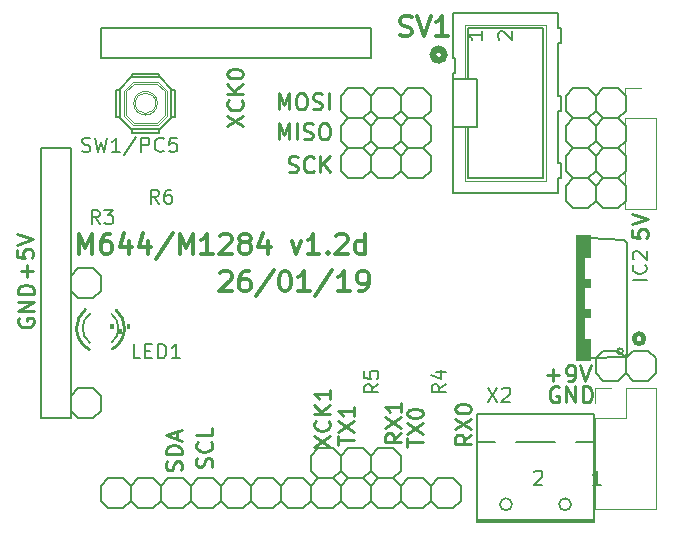
<source format=gbr>
G04 #@! TF.GenerationSoftware,KiCad,Pcbnew,(5.0.2)-1*
G04 #@! TF.CreationDate,2019-04-02T23:20:26+04:00*
G04 #@! TF.ProjectId,M644_breakout_v1.2d,4d363434-5f62-4726-9561-6b6f75745f76,v1.2d*
G04 #@! TF.SameCoordinates,Original*
G04 #@! TF.FileFunction,Legend,Top*
G04 #@! TF.FilePolarity,Positive*
%FSLAX46Y46*%
G04 Gerber Fmt 4.6, Leading zero omitted, Abs format (unit mm)*
G04 Created by KiCad (PCBNEW (5.0.2)-1) date 02/04/2019 23:20:26*
%MOMM*%
%LPD*%
G01*
G04 APERTURE LIST*
%ADD10C,0.609600*%
%ADD11C,0.406400*%
%ADD12C,0.320040*%
%ADD13C,0.256032*%
%ADD14C,0.213360*%
%ADD15C,0.100000*%
%ADD16C,0.076200*%
%ADD17C,0.152400*%
%ADD18C,0.127000*%
%ADD19C,0.050800*%
%ADD20C,0.254000*%
%ADD21C,0.120000*%
%ADD22C,0.200000*%
%ADD23C,0.300000*%
G04 APERTURE END LIST*
D10*
X157925100Y-87828800D02*
G75*
G03X157925100Y-87828800I-483200J0D01*
G01*
D11*
X174835000Y-111882600D02*
G75*
G03X174835000Y-111882600I-425900J0D01*
G01*
D12*
X126975192Y-104694566D02*
X126975192Y-103005466D01*
X127538226Y-104211966D01*
X128101259Y-103005466D01*
X128101259Y-104694566D01*
X129629492Y-103005466D02*
X129307759Y-103005466D01*
X129146892Y-103085900D01*
X129066459Y-103166333D01*
X128905592Y-103407633D01*
X128825159Y-103729366D01*
X128825159Y-104372833D01*
X128905592Y-104533700D01*
X128986026Y-104614133D01*
X129146892Y-104694566D01*
X129468626Y-104694566D01*
X129629492Y-104614133D01*
X129709926Y-104533700D01*
X129790359Y-104372833D01*
X129790359Y-103970666D01*
X129709926Y-103809800D01*
X129629492Y-103729366D01*
X129468626Y-103648933D01*
X129146892Y-103648933D01*
X128986026Y-103729366D01*
X128905592Y-103809800D01*
X128825159Y-103970666D01*
X131238159Y-103568500D02*
X131238159Y-104694566D01*
X130835992Y-102925033D02*
X130433826Y-104131533D01*
X131479459Y-104131533D01*
X132846826Y-103568500D02*
X132846826Y-104694566D01*
X132444659Y-102925033D02*
X132042492Y-104131533D01*
X133088126Y-104131533D01*
X134938092Y-102925033D02*
X133490292Y-105096733D01*
X135501126Y-104694566D02*
X135501126Y-103005466D01*
X136064159Y-104211966D01*
X136627192Y-103005466D01*
X136627192Y-104694566D01*
X138316292Y-104694566D02*
X137351092Y-104694566D01*
X137833692Y-104694566D02*
X137833692Y-103005466D01*
X137672826Y-103246766D01*
X137511959Y-103407633D01*
X137351092Y-103488066D01*
X138959759Y-103166333D02*
X139040192Y-103085900D01*
X139201059Y-103005466D01*
X139603226Y-103005466D01*
X139764092Y-103085900D01*
X139844526Y-103166333D01*
X139924959Y-103327200D01*
X139924959Y-103488066D01*
X139844526Y-103729366D01*
X138879326Y-104694566D01*
X139924959Y-104694566D01*
X140890159Y-103729366D02*
X140729292Y-103648933D01*
X140648859Y-103568500D01*
X140568426Y-103407633D01*
X140568426Y-103327200D01*
X140648859Y-103166333D01*
X140729292Y-103085900D01*
X140890159Y-103005466D01*
X141211892Y-103005466D01*
X141372759Y-103085900D01*
X141453192Y-103166333D01*
X141533626Y-103327200D01*
X141533626Y-103407633D01*
X141453192Y-103568500D01*
X141372759Y-103648933D01*
X141211892Y-103729366D01*
X140890159Y-103729366D01*
X140729292Y-103809800D01*
X140648859Y-103890233D01*
X140568426Y-104051100D01*
X140568426Y-104372833D01*
X140648859Y-104533700D01*
X140729292Y-104614133D01*
X140890159Y-104694566D01*
X141211892Y-104694566D01*
X141372759Y-104614133D01*
X141453192Y-104533700D01*
X141533626Y-104372833D01*
X141533626Y-104051100D01*
X141453192Y-103890233D01*
X141372759Y-103809800D01*
X141211892Y-103729366D01*
X142981426Y-103568500D02*
X142981426Y-104694566D01*
X142579259Y-102925033D02*
X142177092Y-104131533D01*
X143222726Y-104131533D01*
X144992259Y-103568500D02*
X145394426Y-104694566D01*
X145796592Y-103568500D01*
X147324826Y-104694566D02*
X146359626Y-104694566D01*
X146842226Y-104694566D02*
X146842226Y-103005466D01*
X146681359Y-103246766D01*
X146520492Y-103407633D01*
X146359626Y-103488066D01*
X148048726Y-104533700D02*
X148129159Y-104614133D01*
X148048726Y-104694566D01*
X147968292Y-104614133D01*
X148048726Y-104533700D01*
X148048726Y-104694566D01*
X148772626Y-103166333D02*
X148853059Y-103085900D01*
X149013926Y-103005466D01*
X149416092Y-103005466D01*
X149576959Y-103085900D01*
X149657392Y-103166333D01*
X149737826Y-103327200D01*
X149737826Y-103488066D01*
X149657392Y-103729366D01*
X148692192Y-104694566D01*
X149737826Y-104694566D01*
X151185626Y-104694566D02*
X151185626Y-103005466D01*
X151185626Y-104614133D02*
X151024759Y-104694566D01*
X150703026Y-104694566D01*
X150542159Y-104614133D01*
X150461726Y-104533700D01*
X150381292Y-104372833D01*
X150381292Y-103890233D01*
X150461726Y-103729366D01*
X150542159Y-103648933D01*
X150703026Y-103568500D01*
X151024759Y-103568500D01*
X151185626Y-103648933D01*
X138959759Y-106341333D02*
X139040192Y-106260900D01*
X139201059Y-106180466D01*
X139603226Y-106180466D01*
X139764092Y-106260900D01*
X139844526Y-106341333D01*
X139924959Y-106502200D01*
X139924959Y-106663066D01*
X139844526Y-106904366D01*
X138879326Y-107869566D01*
X139924959Y-107869566D01*
X141372759Y-106180466D02*
X141051026Y-106180466D01*
X140890159Y-106260900D01*
X140809726Y-106341333D01*
X140648859Y-106582633D01*
X140568426Y-106904366D01*
X140568426Y-107547833D01*
X140648859Y-107708700D01*
X140729292Y-107789133D01*
X140890159Y-107869566D01*
X141211892Y-107869566D01*
X141372759Y-107789133D01*
X141453192Y-107708700D01*
X141533626Y-107547833D01*
X141533626Y-107145666D01*
X141453192Y-106984800D01*
X141372759Y-106904366D01*
X141211892Y-106823933D01*
X140890159Y-106823933D01*
X140729292Y-106904366D01*
X140648859Y-106984800D01*
X140568426Y-107145666D01*
X143464026Y-106100033D02*
X142016226Y-108271733D01*
X144348792Y-106180466D02*
X144509659Y-106180466D01*
X144670526Y-106260900D01*
X144750959Y-106341333D01*
X144831392Y-106502200D01*
X144911826Y-106823933D01*
X144911826Y-107226100D01*
X144831392Y-107547833D01*
X144750959Y-107708700D01*
X144670526Y-107789133D01*
X144509659Y-107869566D01*
X144348792Y-107869566D01*
X144187926Y-107789133D01*
X144107492Y-107708700D01*
X144027059Y-107547833D01*
X143946626Y-107226100D01*
X143946626Y-106823933D01*
X144027059Y-106502200D01*
X144107492Y-106341333D01*
X144187926Y-106260900D01*
X144348792Y-106180466D01*
X146520492Y-107869566D02*
X145555292Y-107869566D01*
X146037892Y-107869566D02*
X146037892Y-106180466D01*
X145877026Y-106421766D01*
X145716159Y-106582633D01*
X145555292Y-106663066D01*
X148450892Y-106100033D02*
X147003092Y-108271733D01*
X149898692Y-107869566D02*
X148933492Y-107869566D01*
X149416092Y-107869566D02*
X149416092Y-106180466D01*
X149255226Y-106421766D01*
X149094359Y-106582633D01*
X148933492Y-106663066D01*
X150703026Y-107869566D02*
X151024759Y-107869566D01*
X151185626Y-107789133D01*
X151266059Y-107708700D01*
X151426926Y-107467400D01*
X151507359Y-107145666D01*
X151507359Y-106502200D01*
X151426926Y-106341333D01*
X151346492Y-106260900D01*
X151185626Y-106180466D01*
X150863892Y-106180466D01*
X150703026Y-106260900D01*
X150622592Y-106341333D01*
X150542159Y-106502200D01*
X150542159Y-106904366D01*
X150622592Y-107065233D01*
X150703026Y-107145666D01*
X150863892Y-107226100D01*
X151185626Y-107226100D01*
X151346492Y-107145666D01*
X151426926Y-107065233D01*
X151507359Y-106904366D01*
D13*
X160202033Y-120011074D02*
X159558566Y-120461500D01*
X160202033Y-120783234D02*
X158850753Y-120783234D01*
X158850753Y-120268460D01*
X158915100Y-120139767D01*
X158979446Y-120075420D01*
X159108140Y-120011074D01*
X159301180Y-120011074D01*
X159429873Y-120075420D01*
X159494220Y-120139767D01*
X159558566Y-120268460D01*
X159558566Y-120783234D01*
X158850753Y-119560647D02*
X160202033Y-118659794D01*
X158850753Y-118659794D02*
X160202033Y-119560647D01*
X158850753Y-117887634D02*
X158850753Y-117758940D01*
X158915100Y-117630247D01*
X158979446Y-117565900D01*
X159108140Y-117501554D01*
X159365526Y-117437207D01*
X159687260Y-117437207D01*
X159944646Y-117501554D01*
X160073340Y-117565900D01*
X160137686Y-117630247D01*
X160202033Y-117758940D01*
X160202033Y-117887634D01*
X160137686Y-118016327D01*
X160073340Y-118080674D01*
X159944646Y-118145020D01*
X159687260Y-118209367D01*
X159365526Y-118209367D01*
X159108140Y-118145020D01*
X158979446Y-118080674D01*
X158915100Y-118016327D01*
X158850753Y-117887634D01*
X154786753Y-121035540D02*
X154786753Y-120263380D01*
X156138033Y-120649460D02*
X154786753Y-120649460D01*
X154786753Y-119941647D02*
X156138033Y-119040794D01*
X154786753Y-119040794D02*
X156138033Y-119941647D01*
X154786753Y-118268634D02*
X154786753Y-118139940D01*
X154851100Y-118011247D01*
X154915446Y-117946900D01*
X155044140Y-117882554D01*
X155301526Y-117818207D01*
X155623260Y-117818207D01*
X155880646Y-117882554D01*
X156009340Y-117946900D01*
X156073686Y-118011247D01*
X156138033Y-118139940D01*
X156138033Y-118268634D01*
X156073686Y-118397327D01*
X156009340Y-118461674D01*
X155880646Y-118526020D01*
X155623260Y-118590367D01*
X155301526Y-118590367D01*
X155044140Y-118526020D01*
X154915446Y-118461674D01*
X154851100Y-118397327D01*
X154786753Y-118268634D01*
X148944753Y-120857740D02*
X148944753Y-120085580D01*
X150296033Y-120471660D02*
X148944753Y-120471660D01*
X148944753Y-119763847D02*
X150296033Y-118862994D01*
X148944753Y-118862994D02*
X150296033Y-119763847D01*
X150296033Y-117640407D02*
X150296033Y-118412567D01*
X150296033Y-118026487D02*
X148944753Y-118026487D01*
X149137793Y-118155180D01*
X149266486Y-118283874D01*
X149330833Y-118412567D01*
X154278753Y-119893285D02*
X153635286Y-120343712D01*
X154278753Y-120665445D02*
X152927473Y-120665445D01*
X152927473Y-120150672D01*
X152991820Y-120021979D01*
X153056166Y-119957632D01*
X153184860Y-119893285D01*
X153377900Y-119893285D01*
X153506593Y-119957632D01*
X153570940Y-120021979D01*
X153635286Y-120150672D01*
X153635286Y-120665445D01*
X152927473Y-119442859D02*
X154278753Y-118542005D01*
X152927473Y-118542005D02*
X154278753Y-119442859D01*
X154278753Y-117319419D02*
X154278753Y-118091579D01*
X154278753Y-117705499D02*
X152927473Y-117705499D01*
X153120513Y-117834192D01*
X153249206Y-117962885D01*
X153313553Y-118091579D01*
X146912753Y-121018607D02*
X148264033Y-120117754D01*
X146912753Y-120117754D02*
X148264033Y-121018607D01*
X148135340Y-118830820D02*
X148199686Y-118895167D01*
X148264033Y-119088207D01*
X148264033Y-119216900D01*
X148199686Y-119409940D01*
X148070993Y-119538634D01*
X147942300Y-119602980D01*
X147684913Y-119667327D01*
X147491873Y-119667327D01*
X147234486Y-119602980D01*
X147105793Y-119538634D01*
X146977100Y-119409940D01*
X146912753Y-119216900D01*
X146912753Y-119088207D01*
X146977100Y-118895167D01*
X147041446Y-118830820D01*
X148264033Y-118251700D02*
X146912753Y-118251700D01*
X148264033Y-117479540D02*
X147491873Y-118058660D01*
X146912753Y-117479540D02*
X147684913Y-118251700D01*
X148264033Y-116192607D02*
X148264033Y-116964767D01*
X148264033Y-116578687D02*
X146912753Y-116578687D01*
X147105793Y-116707380D01*
X147234486Y-116836074D01*
X147298833Y-116964767D01*
X139546753Y-93891407D02*
X140898033Y-92990554D01*
X139546753Y-92990554D02*
X140898033Y-93891407D01*
X140769340Y-91703620D02*
X140833686Y-91767967D01*
X140898033Y-91961007D01*
X140898033Y-92089700D01*
X140833686Y-92282740D01*
X140704993Y-92411434D01*
X140576300Y-92475780D01*
X140318913Y-92540127D01*
X140125873Y-92540127D01*
X139868486Y-92475780D01*
X139739793Y-92411434D01*
X139611100Y-92282740D01*
X139546753Y-92089700D01*
X139546753Y-91961007D01*
X139611100Y-91767967D01*
X139675446Y-91703620D01*
X140898033Y-91124500D02*
X139546753Y-91124500D01*
X140898033Y-90352340D02*
X140125873Y-90931460D01*
X139546753Y-90352340D02*
X140318913Y-91124500D01*
X139546753Y-89515834D02*
X139546753Y-89387140D01*
X139611100Y-89258447D01*
X139675446Y-89194100D01*
X139804140Y-89129754D01*
X140061526Y-89065407D01*
X140383260Y-89065407D01*
X140640646Y-89129754D01*
X140769340Y-89194100D01*
X140833686Y-89258447D01*
X140898033Y-89387140D01*
X140898033Y-89515834D01*
X140833686Y-89644527D01*
X140769340Y-89708874D01*
X140640646Y-89773220D01*
X140383260Y-89837567D01*
X140061526Y-89837567D01*
X139804140Y-89773220D01*
X139675446Y-89708874D01*
X139611100Y-89644527D01*
X139546753Y-89515834D01*
X138212406Y-122761792D02*
X138276753Y-122568752D01*
X138276753Y-122247019D01*
X138212406Y-122118325D01*
X138148060Y-122053979D01*
X138019366Y-121989632D01*
X137890673Y-121989632D01*
X137761980Y-122053979D01*
X137697633Y-122118325D01*
X137633286Y-122247019D01*
X137568940Y-122504405D01*
X137504593Y-122633099D01*
X137440246Y-122697445D01*
X137311553Y-122761792D01*
X137182860Y-122761792D01*
X137054166Y-122697445D01*
X136989820Y-122633099D01*
X136925473Y-122504405D01*
X136925473Y-122182672D01*
X136989820Y-121989632D01*
X138148060Y-120638352D02*
X138212406Y-120702699D01*
X138276753Y-120895739D01*
X138276753Y-121024432D01*
X138212406Y-121217472D01*
X138083713Y-121346165D01*
X137955020Y-121410512D01*
X137697633Y-121474859D01*
X137504593Y-121474859D01*
X137247206Y-121410512D01*
X137118513Y-121346165D01*
X136989820Y-121217472D01*
X136925473Y-121024432D01*
X136925473Y-120895739D01*
X136989820Y-120702699D01*
X137054166Y-120638352D01*
X138276753Y-119415765D02*
X138276753Y-120059232D01*
X136925473Y-120059232D01*
X135626686Y-123030287D02*
X135691033Y-122837247D01*
X135691033Y-122515514D01*
X135626686Y-122386820D01*
X135562340Y-122322474D01*
X135433646Y-122258127D01*
X135304953Y-122258127D01*
X135176260Y-122322474D01*
X135111913Y-122386820D01*
X135047566Y-122515514D01*
X134983220Y-122772900D01*
X134918873Y-122901594D01*
X134854526Y-122965940D01*
X134725833Y-123030287D01*
X134597140Y-123030287D01*
X134468446Y-122965940D01*
X134404100Y-122901594D01*
X134339753Y-122772900D01*
X134339753Y-122451167D01*
X134404100Y-122258127D01*
X135691033Y-121679007D02*
X134339753Y-121679007D01*
X134339753Y-121357274D01*
X134404100Y-121164234D01*
X134532793Y-121035540D01*
X134661486Y-120971194D01*
X134918873Y-120906847D01*
X135111913Y-120906847D01*
X135369300Y-120971194D01*
X135497993Y-121035540D01*
X135626686Y-121164234D01*
X135691033Y-121357274D01*
X135691033Y-121679007D01*
X135304953Y-120392074D02*
X135304953Y-119748607D01*
X135691033Y-120520767D02*
X134339753Y-120070340D01*
X135691033Y-119619914D01*
X173811353Y-102657794D02*
X173811353Y-103301260D01*
X174454820Y-103365607D01*
X174390473Y-103301260D01*
X174326126Y-103172567D01*
X174326126Y-102850834D01*
X174390473Y-102722140D01*
X174454820Y-102657794D01*
X174583513Y-102593447D01*
X174905246Y-102593447D01*
X175033940Y-102657794D01*
X175098286Y-102722140D01*
X175162633Y-102850834D01*
X175162633Y-103172567D01*
X175098286Y-103301260D01*
X175033940Y-103365607D01*
X173811353Y-102207367D02*
X175162633Y-101756940D01*
X173811353Y-101306514D01*
X167604067Y-115992320D02*
X167475374Y-115927973D01*
X167282334Y-115927973D01*
X167089294Y-115992320D01*
X166960600Y-116121013D01*
X166896254Y-116249706D01*
X166831907Y-116507093D01*
X166831907Y-116700133D01*
X166896254Y-116957520D01*
X166960600Y-117086213D01*
X167089294Y-117214906D01*
X167282334Y-117279253D01*
X167411027Y-117279253D01*
X167604067Y-117214906D01*
X167668414Y-117150560D01*
X167668414Y-116700133D01*
X167411027Y-116700133D01*
X168247534Y-117279253D02*
X168247534Y-115927973D01*
X169019694Y-117279253D01*
X169019694Y-115927973D01*
X169663160Y-117279253D02*
X169663160Y-115927973D01*
X169984894Y-115927973D01*
X170177934Y-115992320D01*
X170306627Y-116121013D01*
X170370974Y-116249706D01*
X170435320Y-116507093D01*
X170435320Y-116700133D01*
X170370974Y-116957520D01*
X170306627Y-117086213D01*
X170177934Y-117214906D01*
X169984894Y-117279253D01*
X169663160Y-117279253D01*
D14*
X122603260Y-106673737D02*
X122603260Y-105644190D01*
X123118033Y-106158964D02*
X122088486Y-106158964D01*
X121766753Y-104357257D02*
X121766753Y-105000724D01*
X122410220Y-105065070D01*
X122345873Y-105000724D01*
X122281526Y-104872030D01*
X122281526Y-104550297D01*
X122345873Y-104421604D01*
X122410220Y-104357257D01*
X122538913Y-104292910D01*
X122860646Y-104292910D01*
X122989340Y-104357257D01*
X123053686Y-104421604D01*
X123118033Y-104550297D01*
X123118033Y-104872030D01*
X123053686Y-105000724D01*
X122989340Y-105065070D01*
X121766753Y-103906830D02*
X123118033Y-103456404D01*
X121766753Y-103005977D01*
D13*
X121876820Y-110153232D02*
X121812473Y-110281925D01*
X121812473Y-110474965D01*
X121876820Y-110668005D01*
X122005513Y-110796699D01*
X122134206Y-110861045D01*
X122391593Y-110925392D01*
X122584633Y-110925392D01*
X122842020Y-110861045D01*
X122970713Y-110796699D01*
X123099406Y-110668005D01*
X123163753Y-110474965D01*
X123163753Y-110346272D01*
X123099406Y-110153232D01*
X123035060Y-110088885D01*
X122584633Y-110088885D01*
X122584633Y-110346272D01*
X123163753Y-109509765D02*
X121812473Y-109509765D01*
X123163753Y-108737605D01*
X121812473Y-108737605D01*
X123163753Y-108094139D02*
X121812473Y-108094139D01*
X121812473Y-107772405D01*
X121876820Y-107579365D01*
X122005513Y-107450672D01*
X122134206Y-107386325D01*
X122391593Y-107321979D01*
X122584633Y-107321979D01*
X122842020Y-107386325D01*
X122970713Y-107450672D01*
X123099406Y-107579365D01*
X123163753Y-107772405D01*
X123163753Y-108094139D01*
X143893065Y-92468533D02*
X143893065Y-91117253D01*
X144343492Y-92082453D01*
X144793919Y-91117253D01*
X144793919Y-92468533D01*
X145694772Y-91117253D02*
X145952159Y-91117253D01*
X146080852Y-91181600D01*
X146209545Y-91310293D01*
X146273892Y-91567680D01*
X146273892Y-92018106D01*
X146209545Y-92275493D01*
X146080852Y-92404186D01*
X145952159Y-92468533D01*
X145694772Y-92468533D01*
X145566079Y-92404186D01*
X145437385Y-92275493D01*
X145373039Y-92018106D01*
X145373039Y-91567680D01*
X145437385Y-91310293D01*
X145566079Y-91181600D01*
X145694772Y-91117253D01*
X146788665Y-92404186D02*
X146981705Y-92468533D01*
X147303439Y-92468533D01*
X147432132Y-92404186D01*
X147496479Y-92339840D01*
X147560825Y-92211146D01*
X147560825Y-92082453D01*
X147496479Y-91953760D01*
X147432132Y-91889413D01*
X147303439Y-91825066D01*
X147046052Y-91760720D01*
X146917359Y-91696373D01*
X146853012Y-91632026D01*
X146788665Y-91503333D01*
X146788665Y-91374640D01*
X146853012Y-91245946D01*
X146917359Y-91181600D01*
X147046052Y-91117253D01*
X147367785Y-91117253D01*
X147560825Y-91181600D01*
X148139945Y-92468533D02*
X148139945Y-91117253D01*
X143893065Y-95008533D02*
X143893065Y-93657253D01*
X144343492Y-94622453D01*
X144793919Y-93657253D01*
X144793919Y-95008533D01*
X145437385Y-95008533D02*
X145437385Y-93657253D01*
X146016505Y-94944186D02*
X146209545Y-95008533D01*
X146531279Y-95008533D01*
X146659972Y-94944186D01*
X146724319Y-94879840D01*
X146788665Y-94751146D01*
X146788665Y-94622453D01*
X146724319Y-94493760D01*
X146659972Y-94429413D01*
X146531279Y-94365066D01*
X146273892Y-94300720D01*
X146145199Y-94236373D01*
X146080852Y-94172026D01*
X146016505Y-94043333D01*
X146016505Y-93914640D01*
X146080852Y-93785946D01*
X146145199Y-93721600D01*
X146273892Y-93657253D01*
X146595625Y-93657253D01*
X146788665Y-93721600D01*
X147625172Y-93657253D02*
X147882559Y-93657253D01*
X148011252Y-93721600D01*
X148139945Y-93850293D01*
X148204292Y-94107680D01*
X148204292Y-94558106D01*
X148139945Y-94815493D01*
X148011252Y-94944186D01*
X147882559Y-95008533D01*
X147625172Y-95008533D01*
X147496479Y-94944186D01*
X147367785Y-94815493D01*
X147303439Y-94558106D01*
X147303439Y-94107680D01*
X147367785Y-93850293D01*
X147496479Y-93721600D01*
X147625172Y-93657253D01*
X144729572Y-97738186D02*
X144922612Y-97802533D01*
X145244345Y-97802533D01*
X145373039Y-97738186D01*
X145437385Y-97673840D01*
X145501732Y-97545146D01*
X145501732Y-97416453D01*
X145437385Y-97287760D01*
X145373039Y-97223413D01*
X145244345Y-97159066D01*
X144986959Y-97094720D01*
X144858265Y-97030373D01*
X144793919Y-96966026D01*
X144729572Y-96837333D01*
X144729572Y-96708640D01*
X144793919Y-96579946D01*
X144858265Y-96515600D01*
X144986959Y-96451253D01*
X145308692Y-96451253D01*
X145501732Y-96515600D01*
X146853012Y-97673840D02*
X146788665Y-97738186D01*
X146595625Y-97802533D01*
X146466932Y-97802533D01*
X146273892Y-97738186D01*
X146145199Y-97609493D01*
X146080852Y-97480800D01*
X146016505Y-97223413D01*
X146016505Y-97030373D01*
X146080852Y-96772986D01*
X146145199Y-96644293D01*
X146273892Y-96515600D01*
X146466932Y-96451253D01*
X146595625Y-96451253D01*
X146788665Y-96515600D01*
X146853012Y-96579946D01*
X147432132Y-97802533D02*
X147432132Y-96451253D01*
X148204292Y-97802533D02*
X147625172Y-97030373D01*
X148204292Y-96451253D02*
X147432132Y-97223413D01*
X166642254Y-114986480D02*
X167671800Y-114986480D01*
X167157027Y-115501253D02*
X167157027Y-114471706D01*
X168379614Y-115501253D02*
X168637000Y-115501253D01*
X168765694Y-115436906D01*
X168830040Y-115372560D01*
X168958734Y-115179520D01*
X169023080Y-114922133D01*
X169023080Y-114407360D01*
X168958734Y-114278666D01*
X168894387Y-114214320D01*
X168765694Y-114149973D01*
X168508307Y-114149973D01*
X168379614Y-114214320D01*
X168315267Y-114278666D01*
X168250920Y-114407360D01*
X168250920Y-114729093D01*
X168315267Y-114857786D01*
X168379614Y-114922133D01*
X168508307Y-114986480D01*
X168765694Y-114986480D01*
X168894387Y-114922133D01*
X168958734Y-114857786D01*
X169023080Y-114729093D01*
X169409160Y-114149973D02*
X169859587Y-115501253D01*
X170310014Y-114149973D01*
D15*
G04 #@! TO.C,LED1_SMD1*
G36*
X130317500Y-111450800D02*
X130667500Y-111450800D01*
X130667500Y-111100800D01*
X130317500Y-111100800D01*
X130317500Y-111450800D01*
G37*
G36*
X131017500Y-111100800D02*
X131342500Y-111100800D01*
X131342500Y-110675800D01*
X131017500Y-110675800D01*
X131017500Y-111100800D01*
G37*
G36*
X129642500Y-111100800D02*
X129967500Y-111100800D01*
X129967500Y-110675800D01*
X129642500Y-110675800D01*
X129642500Y-111100800D01*
G37*
D16*
G04 #@! TO.C,SW1/PC5*
X133491100Y-91943600D02*
G75*
G03X133491100Y-91943600I-865000J0D01*
G01*
X133626100Y-91943600D02*
G75*
G03X133626100Y-91943600I-1000000J0D01*
G01*
X130981100Y-90947800D02*
X131630300Y-90298600D01*
X130981100Y-92939400D02*
X130981100Y-90947800D01*
X133621900Y-90298600D02*
X134271100Y-90947800D01*
X131630300Y-90298600D02*
X133621900Y-90298600D01*
X134271100Y-92939400D02*
X133621900Y-93588600D01*
X134271100Y-90947800D02*
X134271100Y-92939400D01*
X131630300Y-93588600D02*
X130981100Y-92939400D01*
X133621900Y-93588600D02*
X131630300Y-93588600D01*
X130814100Y-90878600D02*
X131561100Y-90131600D01*
X130814100Y-93008600D02*
X130814100Y-90878600D01*
X133691100Y-90131600D02*
X134438100Y-90878600D01*
X131561100Y-90131600D02*
X133691100Y-90131600D01*
X134438100Y-93008600D02*
X133691100Y-93755600D01*
X134438100Y-90878600D02*
X134438100Y-93008600D01*
X131561100Y-93755600D02*
X130814100Y-93008600D01*
X133691100Y-93755600D02*
X131561100Y-93755600D01*
D17*
X130126100Y-90810100D02*
X130445100Y-90810100D01*
X130126100Y-93077100D02*
X130126100Y-90810100D01*
X130444100Y-93077100D02*
X130126100Y-93077100D01*
X130444100Y-93077100D02*
X130444100Y-90725300D01*
X130444100Y-93161900D02*
X130444100Y-93077100D01*
X135126100Y-93077100D02*
X134807100Y-93077100D01*
X135126100Y-90810100D02*
X135126100Y-93077100D01*
X134808100Y-90810100D02*
X135126100Y-90810100D01*
X134808100Y-90810100D02*
X134808100Y-93161900D01*
X134808100Y-90725300D02*
X134808100Y-90810100D01*
X133759600Y-89443600D02*
X133759600Y-89762600D01*
X131492600Y-89443600D02*
X133759600Y-89443600D01*
X131492600Y-89761600D02*
X131492600Y-89443600D01*
X131492600Y-89761600D02*
X133844400Y-89761600D01*
X131407800Y-89761600D02*
X131492600Y-89761600D01*
X131492600Y-94443600D02*
X131492600Y-94124600D01*
X133759600Y-94443600D02*
X131492600Y-94443600D01*
X133759600Y-94125600D02*
X133759600Y-94443600D01*
X134808100Y-93161900D02*
X133844400Y-94125600D01*
X133844400Y-89761600D02*
X134808100Y-90725300D01*
X130444100Y-90725300D02*
X131407800Y-89761600D01*
X131407800Y-94125600D02*
X130444100Y-93161900D01*
X133759600Y-94125600D02*
X131407800Y-94125600D01*
X133844400Y-94125600D02*
X133759600Y-94125600D01*
D15*
G04 #@! TO.C,IC2*
G36*
X170345100Y-105024600D02*
X170345100Y-103119600D01*
X169837100Y-103119600D01*
X169837100Y-105024600D01*
X170345100Y-105024600D01*
G37*
G36*
X170345100Y-107564600D02*
X170345100Y-106802600D01*
X169837100Y-106802600D01*
X169837100Y-107564600D01*
X170345100Y-107564600D01*
G37*
G36*
X170345100Y-110104600D02*
X170345100Y-109342600D01*
X169837100Y-109342600D01*
X169837100Y-110104600D01*
X170345100Y-110104600D01*
G37*
G36*
X170345100Y-113787600D02*
X170345100Y-111882600D01*
X169837100Y-111882600D01*
X169837100Y-113787600D01*
X170345100Y-113787600D01*
G37*
G36*
X169837100Y-113787600D02*
X169837100Y-103119600D01*
X169075100Y-103119600D01*
X169075100Y-113787600D01*
X169837100Y-113787600D01*
G37*
D18*
X173037500Y-112949400D02*
G75*
G03X173037500Y-112949400I-254000J0D01*
G01*
X173139100Y-113406600D02*
X170218100Y-113533600D01*
X173139100Y-113406600D02*
X173393100Y-113152600D01*
X173393100Y-103754600D02*
X173393100Y-113152600D01*
X173393100Y-103754600D02*
X173139100Y-103500600D01*
X170218100Y-103373600D02*
X173139100Y-103500600D01*
D17*
G04 #@! TO.C,SV1*
X158661100Y-88133600D02*
X158661100Y-84323600D01*
X158661100Y-88133600D02*
X158788100Y-88133600D01*
X158788100Y-89403600D02*
X158788100Y-88133600D01*
X158788100Y-89403600D02*
X158661100Y-89403600D01*
X158661100Y-89911600D02*
X158661100Y-89403600D01*
X159677100Y-89911600D02*
X158661100Y-89911600D01*
D19*
X159677100Y-85339600D02*
X159677100Y-89911600D01*
X166535100Y-85339600D02*
X159677100Y-85339600D01*
X166535100Y-98547600D02*
X166535100Y-85339600D01*
X159677100Y-98547600D02*
X166535100Y-98547600D01*
X159677100Y-93975600D02*
X159677100Y-98547600D01*
D17*
X159677100Y-93975600D02*
X158661100Y-93975600D01*
X159931100Y-93975600D02*
X159677100Y-93975600D01*
X159931100Y-98293600D02*
X159931100Y-93975600D01*
X158661100Y-93975600D02*
X158661100Y-89911600D01*
X158661100Y-99563600D02*
X158661100Y-93975600D01*
X167551100Y-86863600D02*
X167551100Y-91308600D01*
X167805100Y-86863600D02*
X167551100Y-86863600D01*
X167805100Y-85593600D02*
X167551100Y-85593600D01*
X167805100Y-86863600D02*
X167805100Y-85593600D01*
X167805100Y-91308600D02*
X167551100Y-91308600D01*
X167551100Y-92578600D02*
X167551100Y-97023600D01*
X167805100Y-92578600D02*
X167551100Y-92578600D01*
X167805100Y-92578600D02*
X167805100Y-91308600D01*
X167551100Y-98293600D02*
X167551100Y-99563600D01*
X167551100Y-97023600D02*
X167805100Y-97023600D01*
X167805100Y-98293600D02*
X167805100Y-97023600D01*
X167551100Y-98293600D02*
X167805100Y-98293600D01*
X159931100Y-89911600D02*
X159677100Y-89911600D01*
X159931100Y-89911600D02*
X159931100Y-85593600D01*
X159931100Y-89911600D02*
X160693100Y-89911600D01*
X160693100Y-93975600D02*
X160693100Y-89911600D01*
X160693100Y-93975600D02*
X159931100Y-93975600D01*
X167551100Y-84323600D02*
X158661100Y-84323600D01*
X158661100Y-99563600D02*
X167551100Y-99563600D01*
X167551100Y-84323600D02*
X167551100Y-85593600D01*
X166281100Y-85593600D02*
X159931100Y-85593600D01*
X159931100Y-98293600D02*
X166281100Y-98293600D01*
X166281100Y-85593600D02*
X166281100Y-98293600D01*
G04 #@! TO.C,JP3*
X130721100Y-123693600D02*
X131356100Y-124328600D01*
X129451100Y-123693600D02*
X130721100Y-123693600D01*
X128816100Y-124328600D02*
X129451100Y-123693600D01*
X128816100Y-125598600D02*
X128816100Y-124328600D01*
X129451100Y-126233600D02*
X128816100Y-125598600D01*
X130721100Y-126233600D02*
X129451100Y-126233600D01*
X131356100Y-125598600D02*
X130721100Y-126233600D01*
X157391100Y-123693600D02*
X158661100Y-123693600D01*
X159296100Y-124328600D02*
X158661100Y-123693600D01*
X158661100Y-126233600D02*
X159296100Y-125598600D01*
X159296100Y-125598600D02*
X159296100Y-124328600D01*
X156121100Y-123693600D02*
X156756100Y-124328600D01*
X154851100Y-123693600D02*
X156121100Y-123693600D01*
X154216100Y-124328600D02*
X154851100Y-123693600D01*
X154216100Y-125598600D02*
X154216100Y-124328600D01*
X154851100Y-126233600D02*
X154216100Y-125598600D01*
X156121100Y-126233600D02*
X154851100Y-126233600D01*
X156756100Y-125598600D02*
X156121100Y-126233600D01*
X156756100Y-124328600D02*
X157391100Y-123693600D01*
X156756100Y-125598600D02*
X156756100Y-124328600D01*
X157391100Y-126233600D02*
X156756100Y-125598600D01*
X158661100Y-126233600D02*
X157391100Y-126233600D01*
X149771100Y-123693600D02*
X151041100Y-123693600D01*
X151676100Y-124328600D02*
X151041100Y-123693600D01*
X151041100Y-126233600D02*
X151676100Y-125598600D01*
X153581100Y-123693600D02*
X154216100Y-124328600D01*
X152311100Y-123693600D02*
X153581100Y-123693600D01*
X151676100Y-124328600D02*
X152311100Y-123693600D01*
X151676100Y-125598600D02*
X151676100Y-124328600D01*
X152311100Y-126233600D02*
X151676100Y-125598600D01*
X153581100Y-126233600D02*
X152311100Y-126233600D01*
X154216100Y-125598600D02*
X153581100Y-126233600D01*
X148501100Y-123693600D02*
X149136100Y-124328600D01*
X147231100Y-123693600D02*
X148501100Y-123693600D01*
X146596100Y-124328600D02*
X147231100Y-123693600D01*
X146596100Y-125598600D02*
X146596100Y-124328600D01*
X147231100Y-126233600D02*
X146596100Y-125598600D01*
X148501100Y-126233600D02*
X147231100Y-126233600D01*
X149136100Y-125598600D02*
X148501100Y-126233600D01*
X149136100Y-124328600D02*
X149771100Y-123693600D01*
X149136100Y-125598600D02*
X149136100Y-124328600D01*
X149771100Y-126233600D02*
X149136100Y-125598600D01*
X151041100Y-126233600D02*
X149771100Y-126233600D01*
X142151100Y-123693600D02*
X143421100Y-123693600D01*
X144056100Y-124328600D02*
X143421100Y-123693600D01*
X143421100Y-126233600D02*
X144056100Y-125598600D01*
X145961100Y-123693600D02*
X146596100Y-124328600D01*
X144691100Y-123693600D02*
X145961100Y-123693600D01*
X144056100Y-124328600D02*
X144691100Y-123693600D01*
X144056100Y-125598600D02*
X144056100Y-124328600D01*
X144691100Y-126233600D02*
X144056100Y-125598600D01*
X145961100Y-126233600D02*
X144691100Y-126233600D01*
X146596100Y-125598600D02*
X145961100Y-126233600D01*
X140881100Y-123693600D02*
X141516100Y-124328600D01*
X139611100Y-123693600D02*
X140881100Y-123693600D01*
X138976100Y-124328600D02*
X139611100Y-123693600D01*
X138976100Y-125598600D02*
X138976100Y-124328600D01*
X139611100Y-126233600D02*
X138976100Y-125598600D01*
X140881100Y-126233600D02*
X139611100Y-126233600D01*
X141516100Y-125598600D02*
X140881100Y-126233600D01*
X141516100Y-124328600D02*
X142151100Y-123693600D01*
X141516100Y-125598600D02*
X141516100Y-124328600D01*
X142151100Y-126233600D02*
X141516100Y-125598600D01*
X143421100Y-126233600D02*
X142151100Y-126233600D01*
X134531100Y-123693600D02*
X135801100Y-123693600D01*
X136436100Y-124328600D02*
X135801100Y-123693600D01*
X135801100Y-126233600D02*
X136436100Y-125598600D01*
X138341100Y-123693600D02*
X138976100Y-124328600D01*
X137071100Y-123693600D02*
X138341100Y-123693600D01*
X136436100Y-124328600D02*
X137071100Y-123693600D01*
X136436100Y-125598600D02*
X136436100Y-124328600D01*
X137071100Y-126233600D02*
X136436100Y-125598600D01*
X138341100Y-126233600D02*
X137071100Y-126233600D01*
X138976100Y-125598600D02*
X138341100Y-126233600D01*
X133261100Y-123693600D02*
X133896100Y-124328600D01*
X131991100Y-123693600D02*
X133261100Y-123693600D01*
X131356100Y-124328600D02*
X131991100Y-123693600D01*
X131356100Y-125598600D02*
X131356100Y-124328600D01*
X131991100Y-126233600D02*
X131356100Y-125598600D01*
X133261100Y-126233600D02*
X131991100Y-126233600D01*
X133896100Y-125598600D02*
X133261100Y-126233600D01*
X133896100Y-124328600D02*
X134531100Y-123693600D01*
X133896100Y-125598600D02*
X133896100Y-124328600D01*
X134531100Y-126233600D02*
X133896100Y-125598600D01*
X135801100Y-126233600D02*
X134531100Y-126233600D01*
D20*
G04 #@! TO.C,LED1*
X130848100Y-110993600D02*
G75*
G02X129824300Y-112757900I-2032000J-56D01*
G01*
X130128700Y-109442400D02*
G75*
G02X130848100Y-110993600I-1312600J-1551163D01*
G01*
X126784100Y-110993600D02*
G75*
G03X127859900Y-112786500I2032000J60D01*
G01*
X127515200Y-109432600D02*
G75*
G03X126784100Y-110993600I1300900J-1560988D01*
G01*
D17*
X130340100Y-110993600D02*
G75*
G02X129751700Y-112196600I-1524000J8D01*
G01*
X129751700Y-109790600D02*
G75*
G02X130340100Y-110993600I-935600J-1203008D01*
G01*
X127292100Y-110993600D02*
G75*
G03X127901700Y-112212800I1524000J0D01*
G01*
X127930299Y-109753500D02*
G75*
G03X127292100Y-110993600I885801J-1240134D01*
G01*
D18*
G04 #@! TO.C,JP1*
X151676100Y-85593600D02*
X151676100Y-88133600D01*
X128816100Y-85593600D02*
X151676100Y-85593600D01*
X128816100Y-88133600D02*
X128816100Y-85593600D01*
X151676100Y-88133600D02*
X128816100Y-88133600D01*
G04 #@! TO.C,JP2*
X123736100Y-95753600D02*
X126276100Y-95753600D01*
X123736100Y-118613600D02*
X123736100Y-95753600D01*
X126276100Y-118613600D02*
X123736100Y-118613600D01*
X126276100Y-95753600D02*
X126276100Y-118613600D01*
D17*
G04 #@! TO.C,X2*
X163650300Y-125903400D02*
G75*
G03X163650300Y-125903400I-508000J0D01*
G01*
X168654100Y-125903400D02*
G75*
G03X168654100Y-125903400I-508000J0D01*
G01*
X160653100Y-127224600D02*
X160653100Y-120620600D01*
X170635100Y-127224600D02*
X170635100Y-127427600D01*
X170635100Y-127224600D02*
X160653100Y-127224600D01*
X160653100Y-120620600D02*
X160653100Y-118232600D01*
X170635100Y-120620600D02*
X170635100Y-127224600D01*
X162253100Y-120620600D02*
X160653100Y-120620600D01*
X167257100Y-120620600D02*
X164031100Y-120620600D01*
X170635100Y-120620600D02*
X169035100Y-120620600D01*
X170635100Y-118232600D02*
X170635100Y-120620600D01*
X160653100Y-127427600D02*
X170635100Y-127427600D01*
X160653100Y-127427600D02*
X160653100Y-127224600D01*
X170635100Y-118232600D02*
X160653100Y-118232600D01*
G04 #@! TO.C,JP4*
X151041100Y-98293600D02*
X149771100Y-98293600D01*
X149136100Y-97658600D02*
X149771100Y-98293600D01*
X149771100Y-95753600D02*
X149136100Y-96388600D01*
X149136100Y-96388600D02*
X149136100Y-97658600D01*
X151676100Y-97658600D02*
X151041100Y-98293600D01*
X151676100Y-96388600D02*
X151676100Y-97658600D01*
X151041100Y-95753600D02*
X151676100Y-96388600D01*
X149771100Y-95753600D02*
X151041100Y-95753600D01*
G04 #@! TO.C,JP5*
X153581100Y-98293600D02*
X152311100Y-98293600D01*
X151676100Y-97658600D02*
X152311100Y-98293600D01*
X152311100Y-95753600D02*
X151676100Y-96388600D01*
X151676100Y-96388600D02*
X151676100Y-97658600D01*
X154216100Y-97658600D02*
X153581100Y-98293600D01*
X154216100Y-96388600D02*
X154216100Y-97658600D01*
X153581100Y-95753600D02*
X154216100Y-96388600D01*
X152311100Y-95753600D02*
X153581100Y-95753600D01*
G04 #@! TO.C,JP6*
X153581100Y-95753600D02*
X152311100Y-95753600D01*
X151676100Y-95118600D02*
X152311100Y-95753600D01*
X152311100Y-93213600D02*
X151676100Y-93848600D01*
X151676100Y-93848600D02*
X151676100Y-95118600D01*
X154216100Y-95118600D02*
X153581100Y-95753600D01*
X154216100Y-93848600D02*
X154216100Y-95118600D01*
X153581100Y-93213600D02*
X154216100Y-93848600D01*
X152311100Y-93213600D02*
X153581100Y-93213600D01*
G04 #@! TO.C,JP7*
X151041100Y-95753600D02*
X149771100Y-95753600D01*
X149136100Y-95118600D02*
X149771100Y-95753600D01*
X149771100Y-93213600D02*
X149136100Y-93848600D01*
X149136100Y-93848600D02*
X149136100Y-95118600D01*
X151676100Y-95118600D02*
X151041100Y-95753600D01*
X151676100Y-93848600D02*
X151676100Y-95118600D01*
X151041100Y-93213600D02*
X151676100Y-93848600D01*
X149771100Y-93213600D02*
X151041100Y-93213600D01*
G04 #@! TO.C,JP8*
X151041100Y-93213600D02*
X149771100Y-93213600D01*
X149136100Y-92578600D02*
X149771100Y-93213600D01*
X149771100Y-90673600D02*
X149136100Y-91308600D01*
X149136100Y-91308600D02*
X149136100Y-92578600D01*
X151676100Y-92578600D02*
X151041100Y-93213600D01*
X151676100Y-91308600D02*
X151676100Y-92578600D01*
X151041100Y-90673600D02*
X151676100Y-91308600D01*
X149771100Y-90673600D02*
X151041100Y-90673600D01*
G04 #@! TO.C,JP9*
X153581100Y-93213600D02*
X152311100Y-93213600D01*
X151676100Y-92578600D02*
X152311100Y-93213600D01*
X152311100Y-90673600D02*
X151676100Y-91308600D01*
X151676100Y-91308600D02*
X151676100Y-92578600D01*
X154216100Y-92578600D02*
X153581100Y-93213600D01*
X154216100Y-91308600D02*
X154216100Y-92578600D01*
X153581100Y-90673600D02*
X154216100Y-91308600D01*
X152311100Y-90673600D02*
X153581100Y-90673600D01*
G04 #@! TO.C,JP11*
X156121100Y-98293600D02*
X154851100Y-98293600D01*
X154216100Y-97658600D02*
X154851100Y-98293600D01*
X154851100Y-95753600D02*
X154216100Y-96388600D01*
X154216100Y-96388600D02*
X154216100Y-97658600D01*
X156756100Y-97658600D02*
X156121100Y-98293600D01*
X156756100Y-96388600D02*
X156756100Y-97658600D01*
X156121100Y-95753600D02*
X156756100Y-96388600D01*
X154851100Y-95753600D02*
X156121100Y-95753600D01*
G04 #@! TO.C,JP12*
X156121100Y-95753600D02*
X154851100Y-95753600D01*
X154216100Y-95118600D02*
X154851100Y-95753600D01*
X154851100Y-93213600D02*
X154216100Y-93848600D01*
X154216100Y-93848600D02*
X154216100Y-95118600D01*
X156756100Y-95118600D02*
X156121100Y-95753600D01*
X156756100Y-93848600D02*
X156756100Y-95118600D01*
X156121100Y-93213600D02*
X156756100Y-93848600D01*
X154851100Y-93213600D02*
X156121100Y-93213600D01*
G04 #@! TO.C,JP13*
X156121100Y-93213600D02*
X154851100Y-93213600D01*
X154216100Y-92578600D02*
X154851100Y-93213600D01*
X154851100Y-90673600D02*
X154216100Y-91308600D01*
X154216100Y-91308600D02*
X154216100Y-92578600D01*
X156756100Y-92578600D02*
X156121100Y-93213600D01*
X156756100Y-91308600D02*
X156756100Y-92578600D01*
X156121100Y-90673600D02*
X156756100Y-91308600D01*
X154851100Y-90673600D02*
X156121100Y-90673600D01*
G04 #@! TO.C,JP14*
X172631100Y-93213600D02*
X171361100Y-93213600D01*
X170726100Y-92578600D02*
X171361100Y-93213600D01*
X171361100Y-90673600D02*
X170726100Y-91308600D01*
X170726100Y-91308600D02*
X170726100Y-92578600D01*
X173266100Y-92578600D02*
X172631100Y-93213600D01*
X173266100Y-91308600D02*
X173266100Y-92578600D01*
X172631100Y-90673600D02*
X173266100Y-91308600D01*
X171361100Y-90673600D02*
X172631100Y-90673600D01*
G04 #@! TO.C,JP15*
X172631100Y-95753600D02*
X171361100Y-95753600D01*
X170726100Y-95118600D02*
X171361100Y-95753600D01*
X171361100Y-93213600D02*
X170726100Y-93848600D01*
X170726100Y-93848600D02*
X170726100Y-95118600D01*
X173266100Y-95118600D02*
X172631100Y-95753600D01*
X173266100Y-93848600D02*
X173266100Y-95118600D01*
X172631100Y-93213600D02*
X173266100Y-93848600D01*
X171361100Y-93213600D02*
X172631100Y-93213600D01*
G04 #@! TO.C,JP16*
X172631100Y-98293600D02*
X171361100Y-98293600D01*
X170726100Y-97658600D02*
X171361100Y-98293600D01*
X171361100Y-95753600D02*
X170726100Y-96388600D01*
X170726100Y-96388600D02*
X170726100Y-97658600D01*
X173266100Y-97658600D02*
X172631100Y-98293600D01*
X173266100Y-96388600D02*
X173266100Y-97658600D01*
X172631100Y-95753600D02*
X173266100Y-96388600D01*
X171361100Y-95753600D02*
X172631100Y-95753600D01*
G04 #@! TO.C,JP17*
X172631100Y-100833600D02*
X171361100Y-100833600D01*
X170726100Y-100198600D02*
X171361100Y-100833600D01*
X171361100Y-98293600D02*
X170726100Y-98928600D01*
X170726100Y-98928600D02*
X170726100Y-100198600D01*
X173266100Y-100198600D02*
X172631100Y-100833600D01*
X173266100Y-98928600D02*
X173266100Y-100198600D01*
X172631100Y-98293600D02*
X173266100Y-98928600D01*
X171361100Y-98293600D02*
X172631100Y-98293600D01*
G04 #@! TO.C,JP19*
X170091100Y-93213600D02*
X168821100Y-93213600D01*
X168186100Y-92578600D02*
X168821100Y-93213600D01*
X168821100Y-90673600D02*
X168186100Y-91308600D01*
X168186100Y-91308600D02*
X168186100Y-92578600D01*
X170726100Y-92578600D02*
X170091100Y-93213600D01*
X170726100Y-91308600D02*
X170726100Y-92578600D01*
X170091100Y-90673600D02*
X170726100Y-91308600D01*
X168821100Y-90673600D02*
X170091100Y-90673600D01*
G04 #@! TO.C,JP20*
X170091100Y-95753600D02*
X168821100Y-95753600D01*
X168186100Y-95118600D02*
X168821100Y-95753600D01*
X168821100Y-93213600D02*
X168186100Y-93848600D01*
X168186100Y-93848600D02*
X168186100Y-95118600D01*
X170726100Y-95118600D02*
X170091100Y-95753600D01*
X170726100Y-93848600D02*
X170726100Y-95118600D01*
X170091100Y-93213600D02*
X170726100Y-93848600D01*
X168821100Y-93213600D02*
X170091100Y-93213600D01*
G04 #@! TO.C,JP21*
X170091100Y-98293600D02*
X168821100Y-98293600D01*
X168186100Y-97658600D02*
X168821100Y-98293600D01*
X168821100Y-95753600D02*
X168186100Y-96388600D01*
X168186100Y-96388600D02*
X168186100Y-97658600D01*
X170726100Y-97658600D02*
X170091100Y-98293600D01*
X170726100Y-96388600D02*
X170726100Y-97658600D01*
X170091100Y-95753600D02*
X170726100Y-96388600D01*
X168821100Y-95753600D02*
X170091100Y-95753600D01*
G04 #@! TO.C,JP22*
X170091100Y-100833600D02*
X168821100Y-100833600D01*
X168186100Y-100198600D02*
X168821100Y-100833600D01*
X168821100Y-98293600D02*
X168186100Y-98928600D01*
X168186100Y-98928600D02*
X168186100Y-100198600D01*
X170726100Y-100198600D02*
X170091100Y-100833600D01*
X170726100Y-98928600D02*
X170726100Y-100198600D01*
X170091100Y-98293600D02*
X170726100Y-98928600D01*
X168821100Y-98293600D02*
X170091100Y-98293600D01*
G04 #@! TO.C,JP24*
X153581100Y-123693600D02*
X152311100Y-123693600D01*
X151676100Y-123058600D02*
X152311100Y-123693600D01*
X152311100Y-121153600D02*
X151676100Y-121788600D01*
X151676100Y-121788600D02*
X151676100Y-123058600D01*
X154216100Y-123058600D02*
X153581100Y-123693600D01*
X154216100Y-121788600D02*
X154216100Y-123058600D01*
X153581100Y-121153600D02*
X154216100Y-121788600D01*
X152311100Y-121153600D02*
X153581100Y-121153600D01*
G04 #@! TO.C,JP25*
X151041100Y-123693600D02*
X149771100Y-123693600D01*
X149136100Y-123058600D02*
X149771100Y-123693600D01*
X149771100Y-121153600D02*
X149136100Y-121788600D01*
X149136100Y-121788600D02*
X149136100Y-123058600D01*
X151676100Y-123058600D02*
X151041100Y-123693600D01*
X151676100Y-121788600D02*
X151676100Y-123058600D01*
X151041100Y-121153600D02*
X151676100Y-121788600D01*
X149771100Y-121153600D02*
X151041100Y-121153600D01*
G04 #@! TO.C,JP26*
X148501100Y-123693600D02*
X147231100Y-123693600D01*
X146596100Y-123058600D02*
X147231100Y-123693600D01*
X147231100Y-121153600D02*
X146596100Y-121788600D01*
X146596100Y-121788600D02*
X146596100Y-123058600D01*
X149136100Y-123058600D02*
X148501100Y-123693600D01*
X149136100Y-121788600D02*
X149136100Y-123058600D01*
X148501100Y-121153600D02*
X149136100Y-121788600D01*
X147231100Y-121153600D02*
X148501100Y-121153600D01*
G04 #@! TO.C,JP27*
X128181100Y-108453600D02*
X126911100Y-108453600D01*
X126276100Y-107818600D02*
X126911100Y-108453600D01*
X126911100Y-105913600D02*
X126276100Y-106548600D01*
X126276100Y-106548600D02*
X126276100Y-107818600D01*
X128816100Y-107818600D02*
X128181100Y-108453600D01*
X128816100Y-106548600D02*
X128816100Y-107818600D01*
X128181100Y-105913600D02*
X128816100Y-106548600D01*
X126911100Y-105913600D02*
X128181100Y-105913600D01*
G04 #@! TO.C,JP28*
X128181100Y-118613600D02*
X126911100Y-118613600D01*
X126276100Y-117978600D02*
X126911100Y-118613600D01*
X126911100Y-116073600D02*
X126276100Y-116708600D01*
X126276100Y-116708600D02*
X126276100Y-117978600D01*
X128816100Y-117978600D02*
X128181100Y-118613600D01*
X128816100Y-116708600D02*
X128816100Y-117978600D01*
X128181100Y-116073600D02*
X128816100Y-116708600D01*
X126911100Y-116073600D02*
X128181100Y-116073600D01*
G04 #@! TO.C,JP10*
X172631100Y-115438600D02*
X171361100Y-115438600D01*
X170726100Y-114803600D02*
X171361100Y-115438600D01*
X171361100Y-112898600D02*
X170726100Y-113533600D01*
X170726100Y-113533600D02*
X170726100Y-114803600D01*
X173266100Y-114803600D02*
X172631100Y-115438600D01*
X173266100Y-113533600D02*
X173266100Y-114803600D01*
X172631100Y-112898600D02*
X173266100Y-113533600D01*
X171361100Y-112898600D02*
X172631100Y-112898600D01*
G04 #@! TO.C,JP29*
X175171100Y-115438600D02*
X173901100Y-115438600D01*
X173266100Y-114803600D02*
X173901100Y-115438600D01*
X173901100Y-112898600D02*
X173266100Y-113533600D01*
X173266100Y-113533600D02*
X173266100Y-114803600D01*
X175806100Y-114803600D02*
X175171100Y-115438600D01*
X175806100Y-113533600D02*
X175806100Y-114803600D01*
X175171100Y-112898600D02*
X175806100Y-113533600D01*
X173901100Y-112898600D02*
X175171100Y-112898600D01*
D21*
G04 #@! TO.C,REF\002A\002A*
X170666100Y-126293600D02*
X175866100Y-126293600D01*
X170666100Y-118613600D02*
X170666100Y-126293600D01*
X175866100Y-116013600D02*
X175866100Y-126293600D01*
X170666100Y-118613600D02*
X173266100Y-118613600D01*
X173266100Y-118613600D02*
X173266100Y-116013600D01*
X173266100Y-116013600D02*
X175866100Y-116013600D01*
X170666100Y-117343600D02*
X170666100Y-116013600D01*
X170666100Y-116013600D02*
X171996100Y-116013600D01*
X173206100Y-100893600D02*
X175866100Y-100893600D01*
X173206100Y-93213600D02*
X173206100Y-100893600D01*
X175866100Y-93213600D02*
X175866100Y-100893600D01*
X173206100Y-93213600D02*
X175866100Y-93213600D01*
X173206100Y-91943600D02*
X173206100Y-90613600D01*
X173206100Y-90613600D02*
X174536100Y-90613600D01*
G04 #@! TD*
G04 #@! TO.C,SW1/PC5*
D22*
X127262957Y-96017695D02*
X127435314Y-96075147D01*
X127722576Y-96075147D01*
X127837480Y-96017695D01*
X127894933Y-95960242D01*
X127952385Y-95845338D01*
X127952385Y-95730433D01*
X127894933Y-95615528D01*
X127837480Y-95558076D01*
X127722576Y-95500623D01*
X127492766Y-95443171D01*
X127377861Y-95385719D01*
X127320409Y-95328266D01*
X127262957Y-95213361D01*
X127262957Y-95098457D01*
X127320409Y-94983552D01*
X127377861Y-94926100D01*
X127492766Y-94868647D01*
X127780028Y-94868647D01*
X127952385Y-94926100D01*
X128354552Y-94868647D02*
X128641814Y-96075147D01*
X128871623Y-95213361D01*
X129101433Y-96075147D01*
X129388695Y-94868647D01*
X130480290Y-96075147D02*
X129790861Y-96075147D01*
X130135576Y-96075147D02*
X130135576Y-94868647D01*
X130020671Y-95041004D01*
X129905766Y-95155909D01*
X129790861Y-95213361D01*
X131859147Y-94811195D02*
X130825004Y-96362409D01*
X132261314Y-96075147D02*
X132261314Y-94868647D01*
X132720933Y-94868647D01*
X132835838Y-94926100D01*
X132893290Y-94983552D01*
X132950742Y-95098457D01*
X132950742Y-95270814D01*
X132893290Y-95385719D01*
X132835838Y-95443171D01*
X132720933Y-95500623D01*
X132261314Y-95500623D01*
X134157242Y-95960242D02*
X134099790Y-96017695D01*
X133927433Y-96075147D01*
X133812528Y-96075147D01*
X133640171Y-96017695D01*
X133525266Y-95902790D01*
X133467814Y-95787885D01*
X133410361Y-95558076D01*
X133410361Y-95385719D01*
X133467814Y-95155909D01*
X133525266Y-95041004D01*
X133640171Y-94926100D01*
X133812528Y-94868647D01*
X133927433Y-94868647D01*
X134099790Y-94926100D01*
X134157242Y-94983552D01*
X135248838Y-94868647D02*
X134674314Y-94868647D01*
X134616861Y-95443171D01*
X134674314Y-95385719D01*
X134789219Y-95328266D01*
X135076480Y-95328266D01*
X135191385Y-95385719D01*
X135248838Y-95443171D01*
X135306290Y-95558076D01*
X135306290Y-95845338D01*
X135248838Y-95960242D01*
X135191385Y-96017695D01*
X135076480Y-96075147D01*
X134789219Y-96075147D01*
X134674314Y-96017695D01*
X134616861Y-95960242D01*
G04 #@! TO.C,IC2*
X175062847Y-106897738D02*
X173856347Y-106897738D01*
X174947942Y-105633785D02*
X175005395Y-105691238D01*
X175062847Y-105863595D01*
X175062847Y-105978500D01*
X175005395Y-106150857D01*
X174890490Y-106265761D01*
X174775585Y-106323214D01*
X174545776Y-106380666D01*
X174373419Y-106380666D01*
X174143609Y-106323214D01*
X174028704Y-106265761D01*
X173913800Y-106150857D01*
X173856347Y-105978500D01*
X173856347Y-105863595D01*
X173913800Y-105691238D01*
X173971252Y-105633785D01*
X173971252Y-105174166D02*
X173913800Y-105116714D01*
X173856347Y-105001809D01*
X173856347Y-104714547D01*
X173913800Y-104599642D01*
X173971252Y-104542190D01*
X174086157Y-104484738D01*
X174201061Y-104484738D01*
X174373419Y-104542190D01*
X175062847Y-105231619D01*
X175062847Y-104484738D01*
G04 #@! TO.C,SV1*
D23*
X154186733Y-86199133D02*
X154428033Y-86279566D01*
X154830200Y-86279566D01*
X154991066Y-86199133D01*
X155071500Y-86118700D01*
X155151933Y-85957833D01*
X155151933Y-85796966D01*
X155071500Y-85636100D01*
X154991066Y-85555666D01*
X154830200Y-85475233D01*
X154508466Y-85394800D01*
X154347600Y-85314366D01*
X154267166Y-85233933D01*
X154186733Y-85073066D01*
X154186733Y-84912200D01*
X154267166Y-84751333D01*
X154347600Y-84670900D01*
X154508466Y-84590466D01*
X154910633Y-84590466D01*
X155151933Y-84670900D01*
X155634533Y-84590466D02*
X156197566Y-86279566D01*
X156760600Y-84590466D01*
X158208400Y-86279566D02*
X157243200Y-86279566D01*
X157725800Y-86279566D02*
X157725800Y-84590466D01*
X157564933Y-84831766D01*
X157404066Y-84992633D01*
X157243200Y-85073066D01*
D18*
X162592052Y-86551240D02*
X162534600Y-86493788D01*
X162477147Y-86378883D01*
X162477147Y-86091621D01*
X162534600Y-85976716D01*
X162592052Y-85919264D01*
X162706957Y-85861811D01*
X162821861Y-85861811D01*
X162994219Y-85919264D01*
X163683647Y-86608692D01*
X163683647Y-85861811D01*
X161143647Y-85861811D02*
X161143647Y-86551240D01*
X161143647Y-86206526D02*
X159937147Y-86206526D01*
X160109504Y-86321430D01*
X160224409Y-86436335D01*
X160281861Y-86551240D01*
G04 #@! TO.C,R3*
D22*
X128741690Y-102177547D02*
X128339523Y-101603023D01*
X128052261Y-102177547D02*
X128052261Y-100971047D01*
X128511880Y-100971047D01*
X128626785Y-101028500D01*
X128684238Y-101085952D01*
X128741690Y-101200857D01*
X128741690Y-101373214D01*
X128684238Y-101488119D01*
X128626785Y-101545571D01*
X128511880Y-101603023D01*
X128052261Y-101603023D01*
X129143857Y-100971047D02*
X129890738Y-100971047D01*
X129488571Y-101430666D01*
X129660928Y-101430666D01*
X129775833Y-101488119D01*
X129833285Y-101545571D01*
X129890738Y-101660476D01*
X129890738Y-101947738D01*
X129833285Y-102062642D01*
X129775833Y-102120095D01*
X129660928Y-102177547D01*
X129316214Y-102177547D01*
X129201309Y-102120095D01*
X129143857Y-102062642D01*
G04 #@! TO.C,R4*
X158057547Y-115733309D02*
X157483023Y-116135476D01*
X158057547Y-116422738D02*
X156851047Y-116422738D01*
X156851047Y-115963119D01*
X156908500Y-115848214D01*
X156965952Y-115790761D01*
X157080857Y-115733309D01*
X157253214Y-115733309D01*
X157368119Y-115790761D01*
X157425571Y-115848214D01*
X157483023Y-115963119D01*
X157483023Y-116422738D01*
X157253214Y-114699166D02*
X158057547Y-114699166D01*
X156793595Y-114986428D02*
X157655380Y-115273690D01*
X157655380Y-114526809D01*
G04 #@! TO.C,R5*
X152342547Y-115733309D02*
X151768023Y-116135476D01*
X152342547Y-116422738D02*
X151136047Y-116422738D01*
X151136047Y-115963119D01*
X151193500Y-115848214D01*
X151250952Y-115790761D01*
X151365857Y-115733309D01*
X151538214Y-115733309D01*
X151653119Y-115790761D01*
X151710571Y-115848214D01*
X151768023Y-115963119D01*
X151768023Y-116422738D01*
X151136047Y-114641714D02*
X151136047Y-115216238D01*
X151710571Y-115273690D01*
X151653119Y-115216238D01*
X151595666Y-115101333D01*
X151595666Y-114814071D01*
X151653119Y-114699166D01*
X151710571Y-114641714D01*
X151825476Y-114584261D01*
X152112738Y-114584261D01*
X152227642Y-114641714D01*
X152285095Y-114699166D01*
X152342547Y-114814071D01*
X152342547Y-115101333D01*
X152285095Y-115216238D01*
X152227642Y-115273690D01*
G04 #@! TO.C,R6*
X133746142Y-100458647D02*
X133343976Y-99884123D01*
X133056714Y-100458647D02*
X133056714Y-99252147D01*
X133516333Y-99252147D01*
X133631238Y-99309600D01*
X133688690Y-99367052D01*
X133746142Y-99481957D01*
X133746142Y-99654314D01*
X133688690Y-99769219D01*
X133631238Y-99826671D01*
X133516333Y-99884123D01*
X133056714Y-99884123D01*
X134780285Y-99252147D02*
X134550476Y-99252147D01*
X134435571Y-99309600D01*
X134378119Y-99367052D01*
X134263214Y-99539409D01*
X134205761Y-99769219D01*
X134205761Y-100228838D01*
X134263214Y-100343742D01*
X134320666Y-100401195D01*
X134435571Y-100458647D01*
X134665380Y-100458647D01*
X134780285Y-100401195D01*
X134837738Y-100343742D01*
X134895190Y-100228838D01*
X134895190Y-99941576D01*
X134837738Y-99826671D01*
X134780285Y-99769219D01*
X134665380Y-99711766D01*
X134435571Y-99711766D01*
X134320666Y-99769219D01*
X134263214Y-99826671D01*
X134205761Y-99941576D01*
G04 #@! TO.C,LED1*
X132197952Y-113544047D02*
X131623428Y-113544047D01*
X131623428Y-112337547D01*
X132600119Y-112912071D02*
X133002285Y-112912071D01*
X133174642Y-113544047D02*
X132600119Y-113544047D01*
X132600119Y-112337547D01*
X133174642Y-112337547D01*
X133691714Y-113544047D02*
X133691714Y-112337547D01*
X133978976Y-112337547D01*
X134151333Y-112395000D01*
X134266238Y-112509904D01*
X134323690Y-112624809D01*
X134381142Y-112854619D01*
X134381142Y-113026976D01*
X134323690Y-113256785D01*
X134266238Y-113371690D01*
X134151333Y-113486595D01*
X133978976Y-113544047D01*
X133691714Y-113544047D01*
X135530190Y-113544047D02*
X134840761Y-113544047D01*
X135185476Y-113544047D02*
X135185476Y-112337547D01*
X135070571Y-112509904D01*
X134955666Y-112624809D01*
X134840761Y-112682261D01*
G04 #@! TO.C,X2*
X161612361Y-116016147D02*
X162416695Y-117222647D01*
X162416695Y-116016147D02*
X161612361Y-117222647D01*
X162818861Y-116131052D02*
X162876314Y-116073600D01*
X162991219Y-116016147D01*
X163278480Y-116016147D01*
X163393385Y-116073600D01*
X163450838Y-116131052D01*
X163508290Y-116245957D01*
X163508290Y-116360861D01*
X163450838Y-116533219D01*
X162761409Y-117222647D01*
X163508290Y-117222647D01*
D18*
X165537459Y-123179552D02*
X165594911Y-123122100D01*
X165709816Y-123064647D01*
X165997078Y-123064647D01*
X166111983Y-123122100D01*
X166169435Y-123179552D01*
X166226888Y-123294457D01*
X166226888Y-123409361D01*
X166169435Y-123581719D01*
X165480007Y-124271147D01*
X166226888Y-124271147D01*
X171179888Y-124271147D02*
X170490459Y-124271147D01*
X170835173Y-124271147D02*
X170835173Y-123064647D01*
X170720269Y-123237004D01*
X170605364Y-123351909D01*
X170490459Y-123409361D01*
G04 #@! TD*
M02*

</source>
